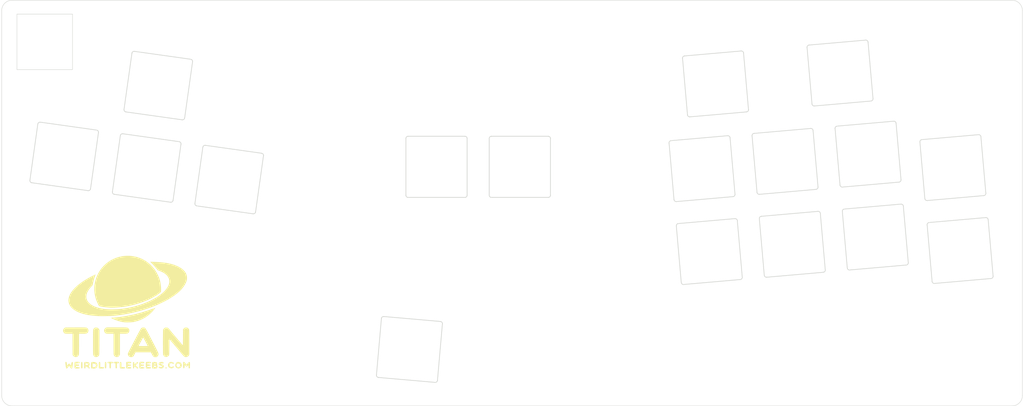
<source format=kicad_pcb>
(kicad_pcb (version 20221018) (generator pcbnew)
  (layers (0 "F.Cu" signal) (31 "B.Cu" signal) (34 "B.Paste" user) (35 "F.Paste" user) (36 "B.SilkS" user "B.Silkscreen") (37 "F.SilkS" user "F.Silkscreen") (38 "B.Mask" user) (39 "F.Mask" user) (44 "Edge.Cuts" user))
  (net 0 "")
  (footprint "MountingHole:MountingHole_2.7mm_M2.5" (layer "F.Cu") (at 64.29375 45.24375)
    (fp_text reference "H4")
    (fp_text value "MountingHole")
    (pad "" np_thru_hole circle (at 0 0) (size 2.7 2.7) (drill 2.7) (layers "*.Cu" "*.Mask"))
  )
  (footprint "MountingHole:MountingHole_2.7mm_M2.5" (layer "F.Cu") (at 271.4625 88.10625)
    (fp_text reference "H13")
    (fp_text value "MountingHole")
    (pad "" np_thru_hole circle (at 0 0) (size 2.7 2.7) (drill 2.7) (layers "*.Cu" "*.Mask"))
  )
  (footprint "MountingHole:MountingHole_2.7mm_M2.5" (layer "F.Cu") (at 159.54375 45.24375)
    (fp_text reference "H15")
    (fp_text value "MountingHole")
    (pad "" np_thru_hole circle (at 0 0) (size 2.7 2.7) (drill 2.7) (layers "*.Cu" "*.Mask"))
  )
  (footprint "MountingHole:MountingHole_2.7mm_M2.5" (layer "F.Cu") (at 47.625 128.5875)
    (fp_text reference "H16")
    (fp_text value "MountingHole")
    (pad "" np_thru_hole circle (at 0 0) (size 2.7 2.7) (drill 2.7) (layers "*.Cu" "*.Mask"))
  )
  (footprint "FOOTPRINTS:LOGO M" (layer "F.Cu") (at 71.4375 111.91875)
    (fp_text reference "G***")
    (fp_text value "LOGO" hide)
  )
  (footprint "MountingHole:MountingHole_2.7mm_M2.5" (layer "F.Cu") (at 151.8412 85.725)
    (fp_text reference "H8")
    (fp_text value "MountingHole")
    (pad "" np_thru_hole circle (at 0 0) (size 2.7 2.7) (drill 2.7) (layers "*.Cu" "*.Mask"))
  )
  (footprint "MountingHole:MountingHole_2.7mm_M2.5" (layer "F.Cu") (at 271.4625 128.5875)
    (fp_text reference "H14")
    (fp_text value "MountingHole")
    (pad "" np_thru_hole circle (at 0 0) (size 2.7 2.7) (drill 2.7) (layers "*.Cu" "*.Mask"))
  )
  (footprint "MountingHole:MountingHole_2.7mm_M2.5" (layer "F.Cu") (at 47.625 59.53125)
    (fp_text reference "H7")
    (fp_text value "MountingHole")
    (pad "" np_thru_hole circle (at 0 0) (size 2.7 2.7) (drill 2.7) (layers "*.Cu" "*.Mask"))
  )
  (footprint "MountingHole:MountingHole_2.7mm_M2.5" (layer "F.Cu") (at 159.54375 128.5875)
    (fp_text reference "H1")
    (fp_text value "MountingHole")
    (pad "" np_thru_hole circle (at 0 0) (size 2.7 2.7) (drill 2.7) (layers "*.Cu" "*.Mask"))
  )
  (footprint "MountingHole:MountingHole_2.7mm_M2.5" (layer "F.Cu") (at 271.4625 45.24375)
    (fp_text reference "H5")
    (fp_text value "MountingHole")
    (pad "" np_thru_hole circle (at 0 0) (size 2.7 2.7) (drill 2.7) (layers "*.Cu" "*.Mask"))
  )
  (gr_line (start 64.986502 70.772532) (end 63.177252 83.646017) (stroke (width 0.15)) (layer "Edge.Cuts"))
  (gr_line (start 88.851963 74.126604) (end 87.042712 87.000089) (stroke (width 0.15)) (layer "Edge.Cuts"))
  (gr_arc (start 273.84375 40.48125) (mid 275.527548 41.178702) (end 276.225 42.8625) (stroke (width 0.1)) (layer "Edge.Cuts"))
  (gr_arc (start 154.824765 85.624405) (mid 154.471212 85.477958) (end 154.324765 85.124405) (stroke (width 0.15)) (layer "Edge.Cuts"))
  (gr_arc (start 208.842682 71.493188) (mid 209.207663 71.60826) (end 209.384357 71.947707) (stroke (width 0.15)) (layer "Edge.Cuts"))
  (gr_arc (start 68.603653 84.913562) (mid 68.273927 84.71933) (end 68.178105 84.348841) (stroke (width 0.15)) (layer "Edge.Cuts"))
  (gr_line (start 248.999692 87.604583) (end 250.132717 100.555114) (stroke (width 0.15)) (layer "Edge.Cuts"))
  (gr_line (start 69.987356 71.475356) (end 68.178106 84.348841) (stroke (width 0.15)) (layer "Edge.Cuts"))
  (gr_line (start 130.217903 112.884975) (end 143.168434 114.018) (stroke (width 0.15)) (layer "Edge.Cuts"))
  (gr_arc (start 100.906465 88.948512) (mid 100.712232 89.278215) (end 100.341745 89.374059) (stroke (width 0.15)) (layer "Edge.Cuts"))
  (gr_line (start 254.900074 91.367148) (end 267.850605 90.234123) (stroke (width 0.15)) (layer "Edge.Cuts"))
  (gr_arc (start 195.437631 73.167888) (mid 195.552702 72.802902) (end 195.892151 72.626213) (stroke (width 0.15)) (layer "Edge.Cuts"))
  (gr_arc (start 69.987356 71.475356) (mid 70.181574 71.145612) (end 70.552076 71.049809) (stroke (width 0.15)) (layer "Edge.Cuts"))
  (gr_line (start 254.459937 86.336365) (end 267.410468 85.20334) (stroke (width 0.15)) (layer "Edge.Cuts"))
  (gr_line (start 268.39228 90.688643) (end 269.525305 103.639174) (stroke (width 0.15)) (layer "Edge.Cuts"))
  (gr_arc (start 216.08984 84.912621) (mid 215.724865 84.797546) (end 215.548165 84.458102) (stroke (width 0.15)) (layer "Edge.Cuts"))
  (gr_line (start 70.552076 71.049809) (end 83.425561 72.859059) (stroke (width 0.15)) (layer "Edge.Cuts"))
  (gr_line (start 235.052966 88.824763) (end 236.185991 101.775294) (stroke (width 0.15)) (layer "Edge.Cuts"))
  (gr_arc (start 210.502999 90.470697) (mid 210.867966 90.585776) (end 211.044674 90.925216) (stroke (width 0.15)) (layer "Edge.Cuts"))
  (gr_arc (start 49.739046 82.262314) (mid 49.409314 82.068087) (end 49.313499 81.697593) (stroke (width 0.15)) (layer "Edge.Cuts"))
  (gr_line (start 197.097948 92.145397) (end 198.230973 105.095928) (stroke (width 0.15)) (layer "Edge.Cuts"))
  (gr_line (start 247.339375 68.627074) (end 248.4724 81.577605) (stroke (width 0.15)) (layer "Edge.Cuts"))
  (gr_line (start 233.392649 69.847254) (end 234.525674 82.797785) (stroke (width 0.15)) (layer "Edge.Cuts"))
  (gr_arc (start 149.274765 85.124405) (mid 149.128318 85.477958) (end 148.774765 85.624405) (stroke (width 0.15)) (layer "Edge.Cuts"))
  (gr_line (start 235.507486 88.283088) (end 248.458017 87.150063) (stroke (width 0.15)) (layer "Edge.Cuts"))
  (gr_line (start 253.239757 72.389639) (end 266.190288 71.256614) (stroke (width 0.15)) (layer "Edge.Cuts"))
  (gr_line (start 214.86966 70.965896) (end 227.820191 69.832871) (stroke (width 0.15)) (layer "Edge.Cuts"))
  (gr_line (start 87.46826 87.564809) (end 100.341745 89.374059) (stroke (width 0.15)) (layer "Edge.Cuts"))
  (gr_line (start 273.84375 133.35) (end 45.24375 133.35) (stroke (width 0.1)) (layer "Edge.Cuts"))
  (gr_rect (start 46.355 43.6626) (end 59.055 56.3626) (stroke (width 0.1)) (fill none) (layer "Edge.Cuts"))
  (gr_arc (start 84.693106 67.432658) (mid 84.498888 67.762414) (end 84.128385 67.858205) (stroke (width 0.15)) (layer "Edge.Cuts"))
  (gr_line (start 49.739046 82.262314) (end 62.612531 84.071564) (stroke (width 0.15)) (layer "Edge.Cuts"))
  (gr_line (start 197.112331 86.572938) (end 210.062862 85.439914) (stroke (width 0.15)) (layer "Edge.Cuts"))
  (gr_arc (start 168.324765 85.124405) (mid 168.178318 85.477958) (end 167.824765 85.624405) (stroke (width 0.15)) (layer "Edge.Cuts"))
  (gr_arc (start 142.489929 127.510206) (mid 142.313217 127.849622) (end 141.948253 127.964725) (stroke (width 0.15)) (layer "Edge.Cuts"))
  (gr_arc (start 235.052966 88.824763) (mid 235.168049 88.459803) (end 235.507486 88.283088) (stroke (width 0.15)) (layer "Edge.Cuts"))
  (gr_arc (start 252.785237 72.931314) (mid 252.900298 72.566313) (end 253.239757 72.389639) (stroke (width 0.15)) (layer "Edge.Cuts"))
  (gr_line (start 42.8625 130.96875) (end 42.8625 42.8625) (stroke (width 0.1)) (layer "Edge.Cuts"))
  (gr_line (start 73.203324 52.185202) (end 86.076809 53.994452) (stroke (width 0.15)) (layer "Edge.Cuts"))
  (gr_line (start 226.987955 51.284824) (end 228.12098 64.235355) (stroke (width 0.15)) (layer "Edge.Cuts"))
  (gr_arc (start 198.772648 105.550447) (mid 198.40766 105.435377) (end 198.230973 105.095928) (stroke (width 0.15)) (layer "Edge.Cuts"))
  (gr_line (start 233.847169 69.305579) (end 246.7977 68.172554) (stroke (width 0.15)) (layer "Edge.Cuts"))
  (gr_line (start 128.997722 126.831701) (end 141.948253 127.964725) (stroke (width 0.15)) (layer "Edge.Cuts"))
  (gr_line (start 254.445554 91.908823) (end 255.578579 104.859354) (stroke (width 0.15)) (layer "Edge.Cuts"))
  (gr_arc (start 246.7977 68.172554) (mid 247.16265 68.287637) (end 247.339375 68.627074) (stroke (width 0.15)) (layer "Edge.Cuts"))
  (gr_line (start 252.785238 72.931314) (end 253.918262 85.881845) (stroke (width 0.15)) (layer "Edge.Cuts"))
  (gr_line (start 45.24375 40.48125) (end 273.84375 40.48125) (stroke (width 0.1)) (layer "Edge.Cuts"))
  (gr_arc (start 229.480508 88.81038) (mid 229.845474 88.925462) (end 230.022183 89.264899) (stroke (width 0.15)) (layer "Edge.Cuts"))
  (gr_arc (start 233.392649 69.847254) (mid 233.507735 69.482295) (end 233.847169 69.305579) (stroke (width 0.15)) (layer "Edge.Cuts"))
  (gr_arc (start 235.067349 83.252305) (mid 234.702372 83.137232) (end 234.525674 82.797785) (stroke (width 0.15)) (layer "Edge.Cuts"))
  (gr_line (start 135.774765 71.624405) (end 148.774765 71.624405) (stroke (width 0.15)) (layer "Edge.Cuts"))
  (gr_line (start 235.067349 83.252305) (end 248.01788 82.11928) (stroke (width 0.15)) (layer "Edge.Cuts"))
  (gr_line (start 51.68747 68.398561) (end 64.560955 70.207811) (stroke (width 0.15)) (layer "Edge.Cuts"))
  (gr_line (start 89.416683 73.701056) (end 102.290168 75.510307) (stroke (width 0.15)) (layer "Edge.Cuts"))
  (gr_arc (start 83.425561 72.859059) (mid 83.755291 73.053287) (end 83.851109 73.423779) (stroke (width 0.15)) (layer "Edge.Cuts"))
  (gr_line (start 68.603653 84.913562) (end 81.477138 86.722812) (stroke (width 0.15)) (layer "Edge.Cuts"))
  (gr_arc (start 135.274765 72.124405) (mid 135.421212 71.770852) (end 135.774765 71.624405) (stroke (width 0.15)) (layer "Edge.Cuts"))
  (gr_line (start 240.934681 50.064644) (end 242.067706 63.015175) (stroke (width 0.15)) (layer "Edge.Cuts"))
  (gr_line (start 154.824765 85.624405) (end 167.824765 85.624405) (stroke (width 0.15)) (layer "Edge.Cuts"))
  (gr_arc (start 143.168434 114.018) (mid 143.507887 114.1947) (end 143.622953 114.559675) (stroke (width 0.15)) (layer "Edge.Cuts"))
  (gr_line (start 135.774765 85.624405) (end 148.774765 85.624405) (stroke (width 0.15)) (layer "Edge.Cuts"))
  (gr_arc (start 231.155208 102.215431) (mid 231.040134 102.580414) (end 230.700688 102.757106) (stroke (width 0.15)) (layer "Edge.Cuts"))
  (gr_arc (start 167.824765 71.624405) (mid 168.178318 71.770852) (end 168.324765 72.124405) (stroke (width 0.15)) (layer "Edge.Cuts"))
  (gr_line (start 71.2549 66.048955) (end 84.128385 67.858205) (stroke (width 0.15)) (layer "Edge.Cuts"))
  (gr_line (start 212.468417 52.555119) (end 213.601442 65.50565) (stroke (width 0.15)) (layer "Edge.Cuts"))
  (gr_arc (start 211.926742 52.1006) (mid 212.291745 52.215656) (end 212.468417 52.555119) (stroke (width 0.15)) (layer "Edge.Cuts"))
  (gr_line (start 228.662655 64.689875) (end 241.613186 63.55685) (stroke (width 0.15)) (layer "Edge.Cuts"))
  (gr_arc (start 87.46826 87.564809) (mid 87.138554 87.370577) (end 87.042712 87.000089) (stroke (width 0.15)) (layer "Edge.Cuts"))
  (gr_arc (start 86.076809 53.994452) (mid 86.406576 54.188667) (end 86.502356 54.559173) (stroke (width 0.15)) (layer "Edge.Cuts"))
  (gr_arc (start 254.445554 91.908823) (mid 254.560612 91.543821) (end 254.900074 91.367148) (stroke (width 0.15)) (layer "Edge.Cuts"))
  (gr_line (start 129.676228 113.339495) (end 128.543203 126.290026) (stroke (width 0.15)) (layer "Edge.Cuts"))
  (gr_arc (start 198.521692 53.7753) (mid 198.636761 53.410325) (end 198.976211 53.233624) (stroke (width 0.15)) (layer "Edge.Cuts"))
  (gr_line (start 102.715715 76.075027) (end 100.906465 88.948512) (stroke (width 0.15)) (layer "Edge.Cuts"))
  (gr_line (start 276.225 42.8625) (end 276.225 130.96875) (stroke (width 0.1)) (layer "Edge.Cuts"))
  (gr_line (start 266.731963 71.711134) (end 267.864988 84.661665) (stroke (width 0.15)) (layer "Edge.Cuts"))
  (gr_line (start 216.529977 89.943405) (end 229.480508 88.81038) (stroke (width 0.15)) (layer "Edge.Cuts"))
  (gr_line (start 72.638603 52.610749) (end 70.829353 65.484234) (stroke (width 0.15)) (layer "Edge.Cuts"))
  (gr_arc (start 210.517382 84.898238) (mid 210.402303 85.263209) (end 210.062862 85.439914) (stroke (width 0.15)) (layer "Edge.Cuts"))
  (gr_arc (start 45.24375 133.35) (mid 43.559952 132.652548) (end 42.8625 130.96875) (stroke (width 0.1)) (layer "Edge.Cuts"))
  (gr_arc (start 71.2549 66.048955) (mid 70.925148 65.854735) (end 70.829353 65.484234) (stroke (width 0.15)) (layer "Edge.Cuts"))
  (gr_arc (start 213.601442 65.50565) (mid 213.486356 65.870601) (end 213.146923 66.047325) (stroke (width 0.15)) (layer "Edge.Cuts"))
  (gr_arc (start 217.750157 103.89013) (mid 217.385168 103.775062) (end 217.208482 103.435611) (stroke (width 0.15)) (layer "Edge.Cuts"))
  (gr_arc (start 88.851962 74.126604) (mid 89.046194 73.796896) (end 89.416683 73.701056) (stroke (width 0.15)) (layer "Edge.Cuts"))
  (gr_arc (start 250.132717 100.555114) (mid 250.017645 100.920081) (end 249.678197 101.096789) (stroke (width 0.15)) (layer "Edge.Cuts"))
  (gr_arc (start 72.638603 52.610749) (mid 72.832821 52.280986) (end 73.203324 52.185202) (stroke (width 0.15)) (layer "Edge.Cuts"))
  (gr_arc (start 102.290168 75.510306) (mid 102.619873 75.704539) (end 102.715715 76.075027) (stroke (width 0.15)) (layer "Edge.Cuts"))
  (gr_line (start 236.727666 102.229814) (end 249.678197 101.096789) (stroke (width 0.15)) (layer "Edge.Cuts"))
  (gr_line (start 83.851109 73.42378) (end 82.041858 86.297264) (stroke (width 0.15)) (layer "Edge.Cuts"))
  (gr_arc (start 226.987955 51.284824) (mid 227.103013 50.919822) (end 227.442475 50.743149) (stroke (width 0.15)) (layer "Edge.Cuts"))
  (gr_line (start 197.552468 91.603722) (end 210.502999 90.470697) (stroke (width 0.15)) (layer "Edge.Cuts"))
  (gr_line (start 227.442475 50.743149) (end 240.393006 49.610124) (stroke (width 0.15)) (layer "Edge.Cuts"))
  (gr_line (start 168.324765 72.124405) (end 168.324765 85.124405) (stroke (width 0.15)) (layer "Edge.Cuts"))
  (gr_arc (start 212.177699 103.875747) (mid 212.062617 104.240717) (end 211.723179 104.417423) (stroke (width 0.15)) (layer "Edge.Cuts"))
  (gr_line (start 198.521692 53.7753) (end 199.654716 66.725831) (stroke (width 0.15)) (layer "Edge.Cuts"))
  (gr_line (start 143.622953 114.559675) (end 142.489929 127.510206) (stroke (width 0.15)) (layer "Edge.Cuts"))
  (gr_line (start 230.022183 89.2649) (end 231.155208 102.215431) (stroke (width 0.15)) (layer "Edge.Cuts"))
  (gr_arc (start 51.122749 68.824108) (mid 51.316979 68.494391) (end 51.68747 68.398561) (stroke (width 0.15)) (layer "Edge.Cuts"))
  (gr_arc (start 267.864988 84.661665) (mid 267.749898 85.02662) (end 267.410468 85.20334) (stroke (width 0.15)) (layer "Edge.Cuts"))
  (gr_line (start 217.750157 103.89013) (end 230.700688 102.757106) (stroke (width 0.15)) (layer "Edge.Cuts"))
  (gr_arc (start 266.190288 71.256614) (mid 266.555257 71.37169) (end 266.731963 71.711134) (stroke (width 0.15)) (layer "Edge.Cuts"))
  (gr_arc (start 63.177252 83.646017) (mid 62.983017 83.975711) (end 62.612531 84.071564) (stroke (width 0.15)) (layer "Edge.Cuts"))
  (gr_arc (start 248.458017 87.150063) (mid 248.822983 87.265148) (end 248.999692 87.604583) (stroke (width 0.15)) (layer "Edge.Cuts"))
  (gr_arc (start 82.041858 86.297264) (mid 81.847637 86.626994) (end 81.477138 86.722812) (stroke (width 0.15)) (layer "Edge.Cuts"))
  (gr_arc (start 256.120254 105.313874) (mid 255.755283 105.198802) (end 255.578579 104.859354) (stroke (width 0.15)) (layer "Edge.Cuts"))
  (gr_arc (start 197.097948 92.145397) (mid 197.213016 91.78041) (end 197.552468 91.603722) (stroke (width 0.15)) (layer "Edge.Cuts"))
  (gr_arc (start 227.820191 69.832871) (mid 228.185171 69.947946) (end 228.361866 70.28739) (stroke (width 0.15)) (layer "Edge.Cuts"))
  (gr_line (start 256.120254 105.313874) (end 269.070785 104.180849) (stroke (width 0.15)) (layer "Edge.Cuts"))
  (gr_arc (start 200.196391 67.18035) (mid 199.831375 67.065298) (end 199.654716 66.725831) (stroke (width 0.15)) (layer "Edge.Cuts"))
  (gr_arc (start 216.075457 90.48508) (mid 216.190533 90.120107) (end 216.529977 89.943405) (stroke (width 0.15)) (layer "Edge.Cuts"))
  (gr_line (start 154.324765 72.124405) (end 154.324765 85.124405) (stroke (width 0.15)) (layer "Edge.Cuts"))
  (gr_arc (start 248.4724 81.577605) (mid 248.357336 81.942602) (end 248.01788 82.11928) (stroke (width 0.15)) (layer "Edge.Cuts"))
  (gr_arc (start 267.850605 90.234123) (mid 268.215561 90.349207) (end 268.39228 90.688643) (stroke (width 0.15)) (layer "Edge.Cuts"))
  (gr_line (start 198.772648 105.550447) (end 211.723179 104.417423) (stroke (width 0.15)) (layer "Edge.Cuts"))
  (gr_arc (start 148.774765 71.624405) (mid 149.128318 71.770852) (end 149.274765 72.124405) (stroke (width 0.15)) (layer "Edge.Cuts"))
  (gr_arc (start 240.393006 49.610124) (mid 240.757961 49.725208) (end 240.934681 50.064644) (stroke (width 0.15)) (layer "Edge.Cuts"))
  (gr_arc (start 276.225 130.96875) (mid 275.527548 132.652548) (end 273.84375 133.35) (stroke (width 0.1)) (layer "Edge.Cuts"))
  (gr_line (start 86.502356 54.559173) (end 84.693106 67.432658) (stroke (width 0.15)) (layer "Edge.Cuts"))
  (gr_arc (start 236.727666 102.229814) (mid 236.362676 102.114749) (end 236.185991 101.775294) (stroke (width 0.15)) (layer "Edge.Cuts"))
  (gr_arc (start 229.494891 83.237922) (mid 229.379819 83.602906) (end 229.040371 83.779597) (stroke (width 0.15)) (layer "Edge.Cuts"))
  (gr_arc (start 228.662655 64.689875) (mid 228.297683 64.574803) (end 228.12098 64.235355) (stroke (width 0.15)) (layer "Edge.Cuts"))
  (gr_line (start 200.196392 67.18035) (end 213.146923 66.047326) (stroke (width 0.15)) (layer "Edge.Cuts"))
  (gr_line (start 214.41514 71.507571) (end 215.548165 84.458102) (stroke (width 0.15)) (layer "Edge.Cuts"))
  (gr_arc (start 269.525305 103.639174) (mid 269.410213 104.004128) (end 269.070785 104.180849) (stroke (width 0.15)) (layer "Edge.Cuts"))
  (gr_line (start 154.824765 71.624405) (end 167.824765 71.624405) (stroke (width 0.15)) (layer "Edge.Cuts"))
  (gr_arc (start 154.324765 72.124405) (mid 154.471212 71.770852) (end 154.824765 71.624405) (stroke (width 0.15)) (layer "Edge.Cuts"))
  (gr_line (start 211.044674 90.925216) (end 212.177699 103.875747) (stroke (width 0.15)) (layer "Edge.Cuts"))
  (gr_arc (start 129.676228 113.339494) (mid 129.852939 113.000054) (end 130.217903 112.884975) (stroke (width 0.15)) (layer "Edge.Cuts"))
  (gr_line (start 149.274765 72.124405) (end 149.274765 85.124405) (stroke (width 0.15)) (layer "Edge.Cuts"))
  (gr_line (start 216.075457 90.48508) (end 217.208482 103.435611) (stroke (width 0.15)) (layer "Edge.Cuts"))
  (gr_arc (start 42.8625 42.8625) (mid 43.559941 41.178691) (end 45.24375 40.48125) (stroke (width 0.1)) (layer "Edge.Cuts"))
  (gr_line (start 228.361866 70.287391) (end 229.494891 83.237922) (stroke (width 0.15)) (layer "Edge.Cuts"))
  (gr_line (start 51.122749 68.824108) (end 49.313499 81.697593) (stroke (width 0.15)) (layer "Edge.Cuts"))
  (gr_line (start 216.08984 84.912621) (end 229.040371 83.779597) (stroke (width 0.15)) (layer "Edge.Cuts"))
  (gr_line (start 195.892151 72.626213) (end 208.842682 71.493188) (stroke (width 0.15)) (layer "Edge.Cuts"))
  (gr_line (start 209.384357 71.947707) (end 210.517382 84.898238) (stroke (width 0.15)) (layer "Edge.Cuts"))
  (gr_line (start 195.437631 73.167888) (end 196.570656 86.118419) (stroke (width 0.15)) (layer "Edge.Cuts"))
  (gr_line (start 135.274765 72.124405) (end 135.274765 85.124405) (stroke (width 0.15)) (layer "Edge.Cuts"))
  (gr_arc (start 242.067706 63.015175) (mid 241.952613 63.380129) (end 241.613186 63.55685) (stroke (width 0.15)) (layer "Edge.Cuts"))
  (gr_arc (start 197.112331 86.572938) (mid 196.747357 86.45786) (end 196.570656 86.118419) (stroke (width 0.15)) (layer "Edge.Cuts"))
  (gr_line (start 198.976211 53.233624) (end 211.926742 52.1006) (stroke (width 0.15)) (layer "Edge.Cuts"))
  (gr_arc (start 254.459937 86.336365) (mid 254.09498 86.221285) (end 253.918262 85.881845) (stroke (width 0.15)) (layer "Edge.Cuts"))
  (gr_arc (start 64.560954 70.207811) (mid 64.890666 70.40204) (end 64.986502 70.772532) (stroke (width 0.15)) (layer "Edge.Cuts"))
  (gr_arc (start 135.774765 85.624405) (mid 135.421212 85.477958) (end 135.274765 85.124405) (stroke (width 0.15)) (layer "Edge.Cuts"))
  (gr_arc (start 128.997722 126.831701) (mid 128.658256 126.655008) (end 128.543203 126.290026) (stroke (width 0.15)) (layer "Edge.Cuts"))
  (gr_arc (start 214.41514 71.507571) (mid 214.530219 71.142599) (end 214.86966 70.965896) (stroke (width 0.15)) (layer "Edge.Cuts"))
)
</source>
